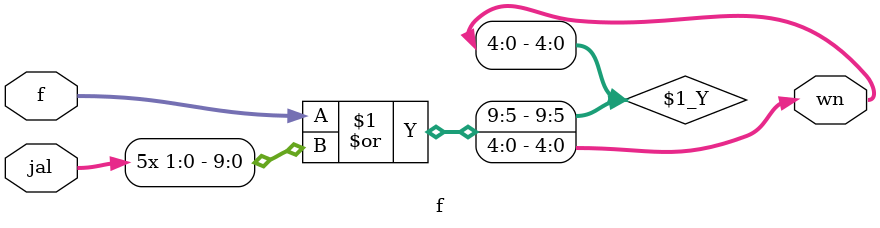
<source format=v>
`timescale 1ns / 1ps


module f(
    input [1:0] jal,
    input [4:0] f,
    output [4:0] wn
    );
    
    assign wn = f | {5{jal}};
    
endmodule

</source>
